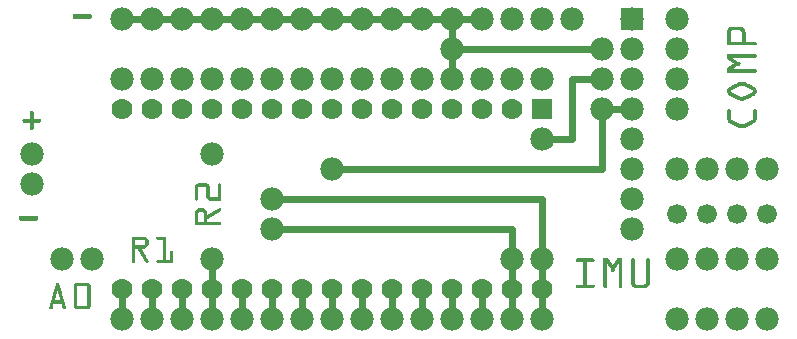
<source format=gtl>
G04 MADE WITH FRITZING*
G04 WWW.FRITZING.ORG*
G04 DOUBLE SIDED*
G04 HOLES PLATED*
G04 CONTOUR ON CENTER OF CONTOUR VECTOR*
%ASAXBY*%
%FSLAX23Y23*%
%MOIN*%
%OFA0B0*%
%SFA1.0B1.0*%
%ADD10C,0.070000*%
%ADD11C,0.066111*%
%ADD12C,0.078000*%
%ADD13R,0.070000X0.069972*%
%ADD14R,0.078000X0.078000*%
%ADD15C,0.024000*%
%ADD16R,0.001000X0.001000*%
%LNCOPPER1*%
G90*
G70*
G54D10*
X1784Y795D03*
X1684Y795D03*
X1584Y795D03*
X1484Y795D03*
X1384Y795D03*
X1284Y795D03*
X1184Y795D03*
X1084Y795D03*
X984Y795D03*
X884Y795D03*
X784Y795D03*
X684Y795D03*
X584Y795D03*
X484Y795D03*
X384Y795D03*
X1784Y195D03*
X1684Y195D03*
X1584Y195D03*
X1484Y195D03*
X1384Y195D03*
X1284Y195D03*
X1184Y195D03*
X1084Y195D03*
X984Y195D03*
X884Y195D03*
X784Y195D03*
X684Y195D03*
X584Y195D03*
X484Y195D03*
X384Y195D03*
G54D11*
X2234Y445D03*
X2334Y445D03*
X2534Y445D03*
X2434Y445D03*
G54D12*
X2084Y1095D03*
X2084Y995D03*
X2084Y895D03*
X2084Y795D03*
X2084Y695D03*
X2084Y595D03*
X2084Y495D03*
X2084Y395D03*
X2534Y95D03*
X2434Y95D03*
X2334Y95D03*
X2234Y95D03*
X2534Y295D03*
X2434Y295D03*
X2334Y295D03*
X2234Y295D03*
X2234Y595D03*
X2334Y595D03*
X2434Y595D03*
X2534Y595D03*
X2234Y1095D03*
X2234Y995D03*
X2234Y895D03*
X2234Y795D03*
X1784Y95D03*
X1684Y95D03*
X1584Y95D03*
X1484Y95D03*
X1384Y95D03*
X1284Y95D03*
X1184Y95D03*
X1084Y95D03*
X684Y295D03*
X984Y95D03*
X884Y95D03*
X784Y95D03*
X684Y95D03*
X584Y95D03*
X484Y95D03*
X384Y95D03*
X1784Y895D03*
X1684Y895D03*
X1584Y895D03*
X1484Y895D03*
X1384Y895D03*
X1284Y895D03*
X1184Y895D03*
X1084Y895D03*
X984Y895D03*
X884Y895D03*
X784Y895D03*
X684Y895D03*
X584Y895D03*
X484Y895D03*
X384Y895D03*
X1684Y1095D03*
X1784Y1095D03*
X84Y645D03*
X84Y545D03*
X1984Y995D03*
X1484Y995D03*
X1484Y1095D03*
X1384Y1095D03*
X1284Y1095D03*
X1184Y1095D03*
X1084Y1095D03*
X984Y1095D03*
X884Y1095D03*
X784Y1095D03*
X684Y1095D03*
X584Y1095D03*
X484Y1095D03*
X384Y1095D03*
X1984Y895D03*
X1784Y695D03*
X1084Y595D03*
X1984Y795D03*
X884Y495D03*
X884Y395D03*
X1684Y295D03*
X1784Y295D03*
X184Y295D03*
X284Y295D03*
X684Y645D03*
X1584Y1095D03*
X1884Y1095D03*
G54D13*
X1784Y795D03*
G54D14*
X2084Y1095D03*
G54D15*
X1954Y995D02*
X1514Y995D01*
D02*
X1884Y695D02*
X1884Y895D01*
D02*
X1785Y695D02*
X1884Y695D01*
D02*
X1884Y895D02*
X1954Y895D01*
D02*
X1809Y678D02*
X1785Y695D01*
D02*
X1985Y796D02*
X2054Y795D01*
D02*
X1985Y596D02*
X1985Y796D01*
D02*
X1114Y595D02*
X1985Y596D01*
D02*
X1684Y396D02*
X1684Y325D01*
D02*
X914Y395D02*
X1684Y396D01*
D02*
X914Y495D02*
X1785Y495D01*
D02*
X1785Y495D02*
X1784Y325D01*
D02*
X1514Y1095D02*
X1554Y1095D01*
D02*
X1414Y1095D02*
X1454Y1095D01*
D02*
X1314Y1095D02*
X1354Y1095D01*
D02*
X414Y1095D02*
X1254Y1095D01*
D02*
X1484Y1065D02*
X1484Y925D01*
D02*
X1784Y265D02*
X1784Y224D01*
D02*
X1684Y265D02*
X1684Y224D01*
D02*
X1784Y166D02*
X1784Y125D01*
D02*
X1684Y166D02*
X1684Y125D01*
D02*
X1584Y166D02*
X1584Y125D01*
D02*
X1484Y166D02*
X1484Y125D01*
D02*
X1384Y166D02*
X1384Y125D01*
D02*
X1284Y166D02*
X1284Y125D01*
D02*
X1184Y166D02*
X1184Y125D01*
D02*
X1084Y166D02*
X1084Y125D01*
D02*
X984Y166D02*
X984Y125D01*
D02*
X884Y166D02*
X884Y125D01*
D02*
X784Y166D02*
X784Y125D01*
D02*
X584Y166D02*
X584Y125D01*
D02*
X684Y166D02*
X684Y125D01*
D02*
X684Y265D02*
X684Y224D01*
D02*
X484Y166D02*
X484Y125D01*
D02*
X384Y166D02*
X384Y125D01*
G54D16*
X225Y1113D02*
X280Y1113D01*
X223Y1112D02*
X281Y1112D01*
X222Y1111D02*
X282Y1111D01*
X222Y1110D02*
X283Y1110D01*
X221Y1109D02*
X283Y1109D01*
X221Y1108D02*
X283Y1108D01*
X221Y1107D02*
X283Y1107D01*
X221Y1106D02*
X283Y1106D01*
X221Y1105D02*
X283Y1105D01*
X221Y1104D02*
X283Y1104D01*
X221Y1103D02*
X283Y1103D01*
X221Y1102D02*
X283Y1102D01*
X221Y1101D02*
X283Y1101D01*
X221Y1100D02*
X283Y1100D01*
X222Y1099D02*
X283Y1099D01*
X222Y1098D02*
X282Y1098D01*
X223Y1097D02*
X281Y1097D01*
X225Y1096D02*
X280Y1096D01*
X2417Y1070D02*
X2448Y1070D01*
X2414Y1069D02*
X2451Y1069D01*
X2412Y1068D02*
X2453Y1068D01*
X2410Y1067D02*
X2455Y1067D01*
X2409Y1066D02*
X2456Y1066D01*
X2408Y1065D02*
X2457Y1065D01*
X2407Y1064D02*
X2458Y1064D01*
X2406Y1063D02*
X2459Y1063D01*
X2405Y1062D02*
X2459Y1062D01*
X2405Y1061D02*
X2460Y1061D01*
X2404Y1060D02*
X2461Y1060D01*
X2404Y1059D02*
X2461Y1059D01*
X2403Y1058D02*
X2461Y1058D01*
X2403Y1057D02*
X2418Y1057D01*
X2447Y1057D02*
X2462Y1057D01*
X2403Y1056D02*
X2416Y1056D01*
X2449Y1056D02*
X2462Y1056D01*
X2403Y1055D02*
X2415Y1055D01*
X2450Y1055D02*
X2462Y1055D01*
X2402Y1054D02*
X2415Y1054D01*
X2450Y1054D02*
X2462Y1054D01*
X2402Y1053D02*
X2414Y1053D01*
X2451Y1053D02*
X2463Y1053D01*
X2402Y1052D02*
X2414Y1052D01*
X2451Y1052D02*
X2463Y1052D01*
X2402Y1051D02*
X2414Y1051D01*
X2451Y1051D02*
X2463Y1051D01*
X2402Y1050D02*
X2414Y1050D01*
X2451Y1050D02*
X2463Y1050D01*
X2402Y1049D02*
X2414Y1049D01*
X2451Y1049D02*
X2463Y1049D01*
X2402Y1048D02*
X2414Y1048D01*
X2451Y1048D02*
X2463Y1048D01*
X2402Y1047D02*
X2414Y1047D01*
X2451Y1047D02*
X2463Y1047D01*
X2402Y1046D02*
X2414Y1046D01*
X2451Y1046D02*
X2463Y1046D01*
X2402Y1045D02*
X2414Y1045D01*
X2451Y1045D02*
X2463Y1045D01*
X2402Y1044D02*
X2414Y1044D01*
X2451Y1044D02*
X2463Y1044D01*
X2402Y1043D02*
X2414Y1043D01*
X2451Y1043D02*
X2463Y1043D01*
X2402Y1042D02*
X2414Y1042D01*
X2451Y1042D02*
X2463Y1042D01*
X2402Y1041D02*
X2414Y1041D01*
X2451Y1041D02*
X2463Y1041D01*
X2402Y1040D02*
X2414Y1040D01*
X2451Y1040D02*
X2463Y1040D01*
X2402Y1039D02*
X2414Y1039D01*
X2451Y1039D02*
X2463Y1039D01*
X2402Y1038D02*
X2414Y1038D01*
X2451Y1038D02*
X2463Y1038D01*
X2402Y1037D02*
X2414Y1037D01*
X2451Y1037D02*
X2463Y1037D01*
X2402Y1036D02*
X2414Y1036D01*
X2451Y1036D02*
X2463Y1036D01*
X2402Y1035D02*
X2414Y1035D01*
X2451Y1035D02*
X2463Y1035D01*
X2402Y1034D02*
X2414Y1034D01*
X2451Y1034D02*
X2463Y1034D01*
X2402Y1033D02*
X2414Y1033D01*
X2451Y1033D02*
X2463Y1033D01*
X2402Y1032D02*
X2414Y1032D01*
X2451Y1032D02*
X2463Y1032D01*
X2402Y1031D02*
X2414Y1031D01*
X2451Y1031D02*
X2463Y1031D01*
X2402Y1030D02*
X2414Y1030D01*
X2451Y1030D02*
X2463Y1030D01*
X2402Y1029D02*
X2414Y1029D01*
X2451Y1029D02*
X2463Y1029D01*
X2402Y1028D02*
X2414Y1028D01*
X2451Y1028D02*
X2463Y1028D01*
X2402Y1027D02*
X2414Y1027D01*
X2451Y1027D02*
X2463Y1027D01*
X2402Y1026D02*
X2414Y1026D01*
X2451Y1026D02*
X2463Y1026D01*
X2402Y1025D02*
X2414Y1025D01*
X2451Y1025D02*
X2463Y1025D01*
X2402Y1024D02*
X2414Y1024D01*
X2451Y1024D02*
X2463Y1024D01*
X2402Y1023D02*
X2414Y1023D01*
X2451Y1023D02*
X2463Y1023D01*
X2402Y1022D02*
X2414Y1022D01*
X2451Y1022D02*
X2463Y1022D01*
X2402Y1021D02*
X2414Y1021D01*
X2451Y1021D02*
X2463Y1021D01*
X2402Y1020D02*
X2495Y1020D01*
X2402Y1019D02*
X2498Y1019D01*
X2402Y1018D02*
X2499Y1018D01*
X2402Y1017D02*
X2499Y1017D01*
X2402Y1016D02*
X2500Y1016D01*
X2402Y1015D02*
X2500Y1015D01*
X2402Y1014D02*
X2500Y1014D01*
X2402Y1013D02*
X2500Y1013D01*
X2402Y1012D02*
X2500Y1012D01*
X2402Y1011D02*
X2500Y1011D01*
X2402Y1010D02*
X2499Y1010D01*
X2402Y1009D02*
X2498Y1009D01*
X2402Y1008D02*
X2497Y1008D01*
X2402Y978D02*
X2497Y978D01*
X2402Y977D02*
X2498Y977D01*
X2402Y976D02*
X2499Y976D01*
X2402Y975D02*
X2500Y975D01*
X2402Y974D02*
X2500Y974D01*
X2402Y973D02*
X2500Y973D01*
X2402Y972D02*
X2500Y972D01*
X2402Y971D02*
X2500Y971D01*
X2402Y970D02*
X2500Y970D01*
X2402Y969D02*
X2500Y969D01*
X2402Y968D02*
X2499Y968D01*
X2402Y967D02*
X2498Y967D01*
X2402Y966D02*
X2496Y966D01*
X2402Y965D02*
X2420Y965D01*
X2402Y964D02*
X2421Y964D01*
X2402Y963D02*
X2423Y963D01*
X2403Y962D02*
X2424Y962D01*
X2404Y961D02*
X2426Y961D01*
X2406Y960D02*
X2427Y960D01*
X2407Y959D02*
X2429Y959D01*
X2409Y958D02*
X2430Y958D01*
X2410Y957D02*
X2431Y957D01*
X2412Y956D02*
X2433Y956D01*
X2413Y955D02*
X2434Y955D01*
X2414Y954D02*
X2436Y954D01*
X2416Y953D02*
X2442Y953D01*
X2417Y952D02*
X2444Y952D01*
X2419Y951D02*
X2445Y951D01*
X2420Y950D02*
X2446Y950D01*
X2422Y949D02*
X2446Y949D01*
X2423Y948D02*
X2446Y948D01*
X2424Y947D02*
X2447Y947D01*
X2423Y946D02*
X2446Y946D01*
X2422Y945D02*
X2446Y945D01*
X2420Y944D02*
X2446Y944D01*
X2419Y943D02*
X2445Y943D01*
X2417Y942D02*
X2444Y942D01*
X2416Y941D02*
X2443Y941D01*
X2415Y940D02*
X2436Y940D01*
X2413Y939D02*
X2435Y939D01*
X2412Y938D02*
X2433Y938D01*
X2410Y937D02*
X2432Y937D01*
X2409Y936D02*
X2430Y936D01*
X2407Y935D02*
X2429Y935D01*
X2406Y934D02*
X2428Y934D01*
X2405Y933D02*
X2426Y933D01*
X2403Y932D02*
X2425Y932D01*
X2402Y931D02*
X2423Y931D01*
X2402Y930D02*
X2422Y930D01*
X2402Y929D02*
X2420Y929D01*
X2402Y928D02*
X2495Y928D01*
X2402Y927D02*
X2497Y927D01*
X2402Y926D02*
X2499Y926D01*
X2402Y925D02*
X2499Y925D01*
X2402Y924D02*
X2500Y924D01*
X2402Y923D02*
X2500Y923D01*
X2402Y922D02*
X2500Y922D01*
X2402Y921D02*
X2500Y921D01*
X2402Y920D02*
X2500Y920D01*
X2402Y919D02*
X2500Y919D01*
X2402Y918D02*
X2499Y918D01*
X2402Y917D02*
X2498Y917D01*
X2402Y916D02*
X2497Y916D01*
X2446Y886D02*
X2456Y886D01*
X2443Y885D02*
X2460Y885D01*
X2440Y884D02*
X2463Y884D01*
X2438Y883D02*
X2465Y883D01*
X2436Y882D02*
X2467Y882D01*
X2434Y881D02*
X2469Y881D01*
X2432Y880D02*
X2471Y880D01*
X2430Y879D02*
X2473Y879D01*
X2428Y878D02*
X2475Y878D01*
X2426Y877D02*
X2477Y877D01*
X2424Y876D02*
X2479Y876D01*
X2422Y875D02*
X2481Y875D01*
X2420Y874D02*
X2483Y874D01*
X2418Y873D02*
X2446Y873D01*
X2456Y873D02*
X2485Y873D01*
X2416Y872D02*
X2444Y872D01*
X2459Y872D02*
X2487Y872D01*
X2414Y871D02*
X2442Y871D01*
X2461Y871D02*
X2489Y871D01*
X2412Y870D02*
X2440Y870D01*
X2463Y870D02*
X2491Y870D01*
X2410Y869D02*
X2438Y869D01*
X2465Y869D02*
X2493Y869D01*
X2409Y868D02*
X2436Y868D01*
X2467Y868D02*
X2494Y868D01*
X2408Y867D02*
X2434Y867D01*
X2469Y867D02*
X2495Y867D01*
X2407Y866D02*
X2432Y866D01*
X2471Y866D02*
X2496Y866D01*
X2406Y865D02*
X2430Y865D01*
X2473Y865D02*
X2497Y865D01*
X2405Y864D02*
X2428Y864D01*
X2475Y864D02*
X2498Y864D01*
X2404Y863D02*
X2426Y863D01*
X2477Y863D02*
X2498Y863D01*
X2404Y862D02*
X2424Y862D01*
X2479Y862D02*
X2499Y862D01*
X2403Y861D02*
X2422Y861D01*
X2481Y861D02*
X2499Y861D01*
X2403Y860D02*
X2420Y860D01*
X2483Y860D02*
X2500Y860D01*
X2403Y859D02*
X2418Y859D01*
X2485Y859D02*
X2500Y859D01*
X2403Y858D02*
X2416Y858D01*
X2487Y858D02*
X2500Y858D01*
X2402Y857D02*
X2415Y857D01*
X2488Y857D02*
X2500Y857D01*
X2402Y856D02*
X2414Y856D01*
X2488Y856D02*
X2500Y856D01*
X2402Y855D02*
X2414Y855D01*
X2489Y855D02*
X2500Y855D01*
X2402Y854D02*
X2414Y854D01*
X2489Y854D02*
X2500Y854D01*
X2402Y853D02*
X2415Y853D01*
X2488Y853D02*
X2500Y853D01*
X2402Y852D02*
X2416Y852D01*
X2487Y852D02*
X2500Y852D01*
X2403Y851D02*
X2417Y851D01*
X2486Y851D02*
X2500Y851D01*
X2403Y850D02*
X2419Y850D01*
X2484Y850D02*
X2500Y850D01*
X2403Y849D02*
X2421Y849D01*
X2482Y849D02*
X2499Y849D01*
X2404Y848D02*
X2423Y848D01*
X2480Y848D02*
X2499Y848D01*
X2404Y847D02*
X2425Y847D01*
X2478Y847D02*
X2499Y847D01*
X2405Y846D02*
X2427Y846D01*
X2476Y846D02*
X2498Y846D01*
X2406Y845D02*
X2429Y845D01*
X2474Y845D02*
X2497Y845D01*
X2406Y844D02*
X2431Y844D01*
X2472Y844D02*
X2496Y844D01*
X2407Y843D02*
X2433Y843D01*
X2470Y843D02*
X2496Y843D01*
X2408Y842D02*
X2435Y842D01*
X2468Y842D02*
X2494Y842D01*
X2410Y841D02*
X2437Y841D01*
X2466Y841D02*
X2493Y841D01*
X2411Y840D02*
X2439Y840D01*
X2464Y840D02*
X2492Y840D01*
X2413Y839D02*
X2441Y839D01*
X2462Y839D02*
X2490Y839D01*
X2415Y838D02*
X2443Y838D01*
X2460Y838D02*
X2488Y838D01*
X2417Y837D02*
X2446Y837D01*
X2457Y837D02*
X2486Y837D01*
X2419Y836D02*
X2484Y836D01*
X2421Y835D02*
X2482Y835D01*
X2423Y834D02*
X2480Y834D01*
X2425Y833D02*
X2478Y833D01*
X2427Y832D02*
X2475Y832D01*
X2429Y831D02*
X2473Y831D01*
X2431Y830D02*
X2471Y830D01*
X2433Y829D02*
X2469Y829D01*
X2435Y828D02*
X2467Y828D01*
X2437Y827D02*
X2465Y827D01*
X2439Y826D02*
X2463Y826D01*
X2442Y825D02*
X2461Y825D01*
X2445Y824D02*
X2458Y824D01*
X2406Y794D02*
X2410Y794D01*
X2493Y794D02*
X2497Y794D01*
X2405Y793D02*
X2412Y793D01*
X2491Y793D02*
X2498Y793D01*
X2404Y792D02*
X2413Y792D01*
X2490Y792D02*
X2499Y792D01*
X2403Y791D02*
X2413Y791D01*
X2489Y791D02*
X2500Y791D01*
X2403Y790D02*
X2414Y790D01*
X2489Y790D02*
X2500Y790D01*
X2402Y789D02*
X2414Y789D01*
X2489Y789D02*
X2500Y789D01*
X82Y788D02*
X86Y788D01*
X2402Y788D02*
X2414Y788D01*
X2489Y788D02*
X2501Y788D01*
X80Y787D02*
X88Y787D01*
X2402Y787D02*
X2414Y787D01*
X2489Y787D02*
X2501Y787D01*
X80Y786D02*
X89Y786D01*
X2402Y786D02*
X2414Y786D01*
X2489Y786D02*
X2501Y786D01*
X79Y785D02*
X89Y785D01*
X2402Y785D02*
X2414Y785D01*
X2489Y785D02*
X2501Y785D01*
X78Y784D02*
X90Y784D01*
X2402Y784D02*
X2414Y784D01*
X2489Y784D02*
X2501Y784D01*
X78Y783D02*
X90Y783D01*
X2402Y783D02*
X2414Y783D01*
X2489Y783D02*
X2501Y783D01*
X78Y782D02*
X90Y782D01*
X2402Y782D02*
X2414Y782D01*
X2489Y782D02*
X2501Y782D01*
X78Y781D02*
X90Y781D01*
X2402Y781D02*
X2414Y781D01*
X2489Y781D02*
X2501Y781D01*
X78Y780D02*
X90Y780D01*
X2402Y780D02*
X2414Y780D01*
X2489Y780D02*
X2501Y780D01*
X78Y779D02*
X90Y779D01*
X2402Y779D02*
X2414Y779D01*
X2489Y779D02*
X2501Y779D01*
X78Y778D02*
X90Y778D01*
X2402Y778D02*
X2414Y778D01*
X2489Y778D02*
X2501Y778D01*
X78Y777D02*
X90Y777D01*
X2402Y777D02*
X2414Y777D01*
X2489Y777D02*
X2501Y777D01*
X78Y776D02*
X90Y776D01*
X2402Y776D02*
X2414Y776D01*
X2489Y776D02*
X2501Y776D01*
X78Y775D02*
X90Y775D01*
X2402Y775D02*
X2414Y775D01*
X2489Y775D02*
X2501Y775D01*
X78Y774D02*
X90Y774D01*
X2402Y774D02*
X2414Y774D01*
X2489Y774D02*
X2501Y774D01*
X78Y773D02*
X90Y773D01*
X2402Y773D02*
X2414Y773D01*
X2489Y773D02*
X2501Y773D01*
X78Y772D02*
X90Y772D01*
X2402Y772D02*
X2414Y772D01*
X2489Y772D02*
X2501Y772D01*
X78Y771D02*
X90Y771D01*
X2402Y771D02*
X2414Y771D01*
X2489Y771D02*
X2501Y771D01*
X78Y770D02*
X90Y770D01*
X2402Y770D02*
X2414Y770D01*
X2489Y770D02*
X2501Y770D01*
X78Y769D02*
X90Y769D01*
X2402Y769D02*
X2414Y769D01*
X2489Y769D02*
X2501Y769D01*
X78Y768D02*
X90Y768D01*
X2402Y768D02*
X2414Y768D01*
X2489Y768D02*
X2501Y768D01*
X78Y767D02*
X90Y767D01*
X2402Y767D02*
X2414Y767D01*
X2489Y767D02*
X2501Y767D01*
X78Y766D02*
X90Y766D01*
X2402Y766D02*
X2414Y766D01*
X2489Y766D02*
X2501Y766D01*
X78Y765D02*
X90Y765D01*
X2402Y765D02*
X2414Y765D01*
X2489Y765D02*
X2501Y765D01*
X78Y764D02*
X90Y764D01*
X2402Y764D02*
X2414Y764D01*
X2489Y764D02*
X2500Y764D01*
X57Y763D02*
X111Y763D01*
X2402Y763D02*
X2414Y763D01*
X2488Y763D02*
X2500Y763D01*
X55Y762D02*
X113Y762D01*
X2402Y762D02*
X2415Y762D01*
X2488Y762D02*
X2500Y762D01*
X54Y761D02*
X114Y761D01*
X2403Y761D02*
X2415Y761D01*
X2488Y761D02*
X2500Y761D01*
X54Y760D02*
X114Y760D01*
X2403Y760D02*
X2416Y760D01*
X2487Y760D02*
X2500Y760D01*
X53Y759D02*
X115Y759D01*
X2403Y759D02*
X2417Y759D01*
X2485Y759D02*
X2500Y759D01*
X53Y758D02*
X115Y758D01*
X2403Y758D02*
X2419Y758D01*
X2484Y758D02*
X2499Y758D01*
X53Y757D02*
X115Y757D01*
X2404Y757D02*
X2421Y757D01*
X2482Y757D02*
X2499Y757D01*
X53Y756D02*
X115Y756D01*
X2404Y756D02*
X2423Y756D01*
X2480Y756D02*
X2498Y756D01*
X53Y755D02*
X115Y755D01*
X2405Y755D02*
X2425Y755D01*
X2478Y755D02*
X2498Y755D01*
X54Y754D02*
X115Y754D01*
X2405Y754D02*
X2427Y754D01*
X2476Y754D02*
X2497Y754D01*
X54Y753D02*
X114Y753D01*
X2406Y753D02*
X2429Y753D01*
X2474Y753D02*
X2497Y753D01*
X55Y752D02*
X113Y752D01*
X2407Y752D02*
X2431Y752D01*
X2472Y752D02*
X2496Y752D01*
X57Y751D02*
X111Y751D01*
X2407Y751D02*
X2433Y751D01*
X2470Y751D02*
X2495Y751D01*
X78Y750D02*
X90Y750D01*
X2408Y750D02*
X2435Y750D01*
X2468Y750D02*
X2494Y750D01*
X78Y749D02*
X90Y749D01*
X2410Y749D02*
X2437Y749D01*
X2466Y749D02*
X2493Y749D01*
X78Y748D02*
X90Y748D01*
X2411Y748D02*
X2439Y748D01*
X2464Y748D02*
X2491Y748D01*
X78Y747D02*
X90Y747D01*
X2413Y747D02*
X2441Y747D01*
X2462Y747D02*
X2489Y747D01*
X78Y746D02*
X90Y746D01*
X2415Y746D02*
X2443Y746D01*
X2460Y746D02*
X2487Y746D01*
X78Y745D02*
X90Y745D01*
X2417Y745D02*
X2445Y745D01*
X2457Y745D02*
X2486Y745D01*
X78Y744D02*
X90Y744D01*
X2419Y744D02*
X2484Y744D01*
X78Y743D02*
X90Y743D01*
X2421Y743D02*
X2482Y743D01*
X78Y742D02*
X90Y742D01*
X2423Y742D02*
X2480Y742D01*
X78Y741D02*
X90Y741D01*
X2425Y741D02*
X2478Y741D01*
X78Y740D02*
X90Y740D01*
X2427Y740D02*
X2476Y740D01*
X78Y739D02*
X90Y739D01*
X2429Y739D02*
X2474Y739D01*
X78Y738D02*
X90Y738D01*
X2431Y738D02*
X2472Y738D01*
X78Y737D02*
X90Y737D01*
X2433Y737D02*
X2470Y737D01*
X78Y736D02*
X90Y736D01*
X2435Y736D02*
X2468Y736D01*
X78Y735D02*
X90Y735D01*
X2437Y735D02*
X2466Y735D01*
X78Y734D02*
X90Y734D01*
X2439Y734D02*
X2463Y734D01*
X78Y733D02*
X90Y733D01*
X2442Y733D02*
X2461Y733D01*
X78Y732D02*
X90Y732D01*
X2445Y732D02*
X2458Y732D01*
X78Y731D02*
X90Y731D01*
X78Y730D02*
X90Y730D01*
X79Y729D02*
X89Y729D01*
X79Y728D02*
X89Y728D01*
X80Y727D02*
X88Y727D01*
X82Y726D02*
X86Y726D01*
X638Y547D02*
X669Y547D01*
X710Y547D02*
X712Y547D01*
X635Y546D02*
X671Y546D01*
X708Y546D02*
X714Y546D01*
X633Y545D02*
X673Y545D01*
X707Y545D02*
X715Y545D01*
X632Y544D02*
X674Y544D01*
X706Y544D02*
X715Y544D01*
X631Y543D02*
X675Y543D01*
X706Y543D02*
X716Y543D01*
X631Y542D02*
X676Y542D01*
X706Y542D02*
X716Y542D01*
X630Y541D02*
X676Y541D01*
X706Y541D02*
X716Y541D01*
X630Y540D02*
X677Y540D01*
X706Y540D02*
X716Y540D01*
X629Y539D02*
X677Y539D01*
X706Y539D02*
X716Y539D01*
X629Y538D02*
X677Y538D01*
X706Y538D02*
X716Y538D01*
X629Y537D02*
X677Y537D01*
X706Y537D02*
X716Y537D01*
X629Y536D02*
X678Y536D01*
X706Y536D02*
X716Y536D01*
X629Y535D02*
X639Y535D01*
X667Y535D02*
X678Y535D01*
X706Y535D02*
X716Y535D01*
X629Y534D02*
X639Y534D01*
X667Y534D02*
X678Y534D01*
X706Y534D02*
X716Y534D01*
X629Y533D02*
X639Y533D01*
X667Y533D02*
X678Y533D01*
X706Y533D02*
X716Y533D01*
X629Y532D02*
X639Y532D01*
X667Y532D02*
X678Y532D01*
X706Y532D02*
X716Y532D01*
X629Y531D02*
X639Y531D01*
X667Y531D02*
X678Y531D01*
X706Y531D02*
X716Y531D01*
X629Y530D02*
X639Y530D01*
X667Y530D02*
X678Y530D01*
X706Y530D02*
X716Y530D01*
X629Y529D02*
X639Y529D01*
X667Y529D02*
X678Y529D01*
X706Y529D02*
X716Y529D01*
X629Y528D02*
X639Y528D01*
X667Y528D02*
X678Y528D01*
X706Y528D02*
X716Y528D01*
X629Y527D02*
X639Y527D01*
X667Y527D02*
X678Y527D01*
X706Y527D02*
X716Y527D01*
X629Y526D02*
X639Y526D01*
X667Y526D02*
X678Y526D01*
X706Y526D02*
X716Y526D01*
X629Y525D02*
X639Y525D01*
X667Y525D02*
X678Y525D01*
X706Y525D02*
X716Y525D01*
X629Y524D02*
X639Y524D01*
X667Y524D02*
X678Y524D01*
X706Y524D02*
X716Y524D01*
X629Y523D02*
X639Y523D01*
X667Y523D02*
X678Y523D01*
X706Y523D02*
X716Y523D01*
X629Y522D02*
X639Y522D01*
X667Y522D02*
X678Y522D01*
X706Y522D02*
X716Y522D01*
X629Y521D02*
X639Y521D01*
X667Y521D02*
X678Y521D01*
X706Y521D02*
X716Y521D01*
X629Y520D02*
X639Y520D01*
X667Y520D02*
X678Y520D01*
X706Y520D02*
X716Y520D01*
X629Y519D02*
X639Y519D01*
X667Y519D02*
X678Y519D01*
X706Y519D02*
X716Y519D01*
X629Y518D02*
X639Y518D01*
X667Y518D02*
X678Y518D01*
X706Y518D02*
X716Y518D01*
X629Y517D02*
X639Y517D01*
X667Y517D02*
X678Y517D01*
X706Y517D02*
X716Y517D01*
X629Y516D02*
X639Y516D01*
X667Y516D02*
X678Y516D01*
X706Y516D02*
X716Y516D01*
X629Y515D02*
X639Y515D01*
X667Y515D02*
X678Y515D01*
X706Y515D02*
X716Y515D01*
X629Y514D02*
X639Y514D01*
X667Y514D02*
X678Y514D01*
X706Y514D02*
X716Y514D01*
X629Y513D02*
X639Y513D01*
X667Y513D02*
X678Y513D01*
X706Y513D02*
X716Y513D01*
X629Y512D02*
X639Y512D01*
X667Y512D02*
X678Y512D01*
X706Y512D02*
X716Y512D01*
X629Y511D02*
X639Y511D01*
X667Y511D02*
X678Y511D01*
X706Y511D02*
X716Y511D01*
X629Y510D02*
X639Y510D01*
X667Y510D02*
X678Y510D01*
X706Y510D02*
X716Y510D01*
X629Y509D02*
X639Y509D01*
X667Y509D02*
X678Y509D01*
X706Y509D02*
X716Y509D01*
X629Y508D02*
X639Y508D01*
X667Y508D02*
X678Y508D01*
X706Y508D02*
X716Y508D01*
X629Y507D02*
X639Y507D01*
X667Y507D02*
X678Y507D01*
X706Y507D02*
X716Y507D01*
X629Y506D02*
X639Y506D01*
X667Y506D02*
X678Y506D01*
X706Y506D02*
X716Y506D01*
X629Y505D02*
X639Y505D01*
X667Y505D02*
X678Y505D01*
X706Y505D02*
X716Y505D01*
X629Y504D02*
X639Y504D01*
X667Y504D02*
X678Y504D01*
X706Y504D02*
X716Y504D01*
X629Y503D02*
X639Y503D01*
X667Y503D02*
X678Y503D01*
X706Y503D02*
X716Y503D01*
X629Y502D02*
X639Y502D01*
X667Y502D02*
X716Y502D01*
X629Y501D02*
X639Y501D01*
X667Y501D02*
X716Y501D01*
X629Y500D02*
X639Y500D01*
X667Y500D02*
X716Y500D01*
X629Y499D02*
X639Y499D01*
X668Y499D02*
X716Y499D01*
X629Y498D02*
X639Y498D01*
X668Y498D02*
X716Y498D01*
X629Y497D02*
X639Y497D01*
X669Y497D02*
X716Y497D01*
X629Y496D02*
X639Y496D01*
X669Y496D02*
X716Y496D01*
X629Y495D02*
X639Y495D01*
X670Y495D02*
X716Y495D01*
X629Y494D02*
X639Y494D01*
X671Y494D02*
X716Y494D01*
X630Y493D02*
X638Y493D01*
X672Y493D02*
X716Y493D01*
X631Y492D02*
X637Y492D01*
X674Y492D02*
X716Y492D01*
X633Y491D02*
X634Y491D01*
X677Y491D02*
X716Y491D01*
X643Y465D02*
X654Y465D01*
X710Y465D02*
X712Y465D01*
X639Y464D02*
X657Y464D01*
X708Y464D02*
X714Y464D01*
X637Y463D02*
X659Y463D01*
X706Y463D02*
X715Y463D01*
X636Y462D02*
X661Y462D01*
X704Y462D02*
X715Y462D01*
X635Y461D02*
X662Y461D01*
X702Y461D02*
X716Y461D01*
X634Y460D02*
X663Y460D01*
X701Y460D02*
X716Y460D01*
X633Y459D02*
X664Y459D01*
X699Y459D02*
X716Y459D01*
X632Y458D02*
X665Y458D01*
X697Y458D02*
X716Y458D01*
X631Y457D02*
X665Y457D01*
X696Y457D02*
X716Y457D01*
X631Y456D02*
X666Y456D01*
X694Y456D02*
X715Y456D01*
X630Y455D02*
X667Y455D01*
X692Y455D02*
X714Y455D01*
X630Y454D02*
X667Y454D01*
X690Y454D02*
X712Y454D01*
X629Y453D02*
X642Y453D01*
X655Y453D02*
X667Y453D01*
X689Y453D02*
X711Y453D01*
X629Y452D02*
X641Y452D01*
X656Y452D02*
X668Y452D01*
X687Y452D02*
X709Y452D01*
X629Y451D02*
X640Y451D01*
X657Y451D02*
X668Y451D01*
X685Y451D02*
X707Y451D01*
X629Y450D02*
X640Y450D01*
X657Y450D02*
X668Y450D01*
X684Y450D02*
X705Y450D01*
X629Y449D02*
X639Y449D01*
X657Y449D02*
X668Y449D01*
X682Y449D02*
X704Y449D01*
X629Y448D02*
X639Y448D01*
X658Y448D02*
X668Y448D01*
X680Y448D02*
X702Y448D01*
X629Y447D02*
X639Y447D01*
X658Y447D02*
X668Y447D01*
X678Y447D02*
X700Y447D01*
X629Y446D02*
X639Y446D01*
X658Y446D02*
X668Y446D01*
X677Y446D02*
X699Y446D01*
X629Y445D02*
X639Y445D01*
X658Y445D02*
X668Y445D01*
X675Y445D02*
X697Y445D01*
X629Y444D02*
X639Y444D01*
X658Y444D02*
X668Y444D01*
X673Y444D02*
X695Y444D01*
X629Y443D02*
X639Y443D01*
X658Y443D02*
X668Y443D01*
X672Y443D02*
X693Y443D01*
X629Y442D02*
X639Y442D01*
X658Y442D02*
X668Y442D01*
X670Y442D02*
X692Y442D01*
X629Y441D02*
X639Y441D01*
X658Y441D02*
X690Y441D01*
X45Y440D02*
X101Y440D01*
X629Y440D02*
X639Y440D01*
X658Y440D02*
X688Y440D01*
X44Y439D02*
X102Y439D01*
X629Y439D02*
X639Y439D01*
X658Y439D02*
X687Y439D01*
X43Y438D02*
X103Y438D01*
X629Y438D02*
X639Y438D01*
X658Y438D02*
X685Y438D01*
X42Y437D02*
X104Y437D01*
X629Y437D02*
X639Y437D01*
X658Y437D02*
X683Y437D01*
X42Y436D02*
X104Y436D01*
X629Y436D02*
X639Y436D01*
X658Y436D02*
X681Y436D01*
X42Y435D02*
X104Y435D01*
X629Y435D02*
X639Y435D01*
X658Y435D02*
X680Y435D01*
X42Y434D02*
X104Y434D01*
X629Y434D02*
X639Y434D01*
X658Y434D02*
X678Y434D01*
X42Y433D02*
X104Y433D01*
X629Y433D02*
X639Y433D01*
X658Y433D02*
X676Y433D01*
X42Y432D02*
X104Y432D01*
X629Y432D02*
X639Y432D01*
X658Y432D02*
X675Y432D01*
X42Y431D02*
X104Y431D01*
X629Y431D02*
X639Y431D01*
X658Y431D02*
X673Y431D01*
X42Y430D02*
X104Y430D01*
X629Y430D02*
X639Y430D01*
X658Y430D02*
X671Y430D01*
X42Y429D02*
X104Y429D01*
X629Y429D02*
X639Y429D01*
X658Y429D02*
X670Y429D01*
X42Y428D02*
X104Y428D01*
X629Y428D02*
X639Y428D01*
X658Y428D02*
X668Y428D01*
X42Y427D02*
X104Y427D01*
X629Y427D02*
X639Y427D01*
X658Y427D02*
X668Y427D01*
X43Y426D02*
X103Y426D01*
X629Y426D02*
X639Y426D01*
X658Y426D02*
X668Y426D01*
X43Y425D02*
X103Y425D01*
X629Y425D02*
X639Y425D01*
X658Y425D02*
X668Y425D01*
X44Y424D02*
X102Y424D01*
X629Y424D02*
X639Y424D01*
X658Y424D02*
X668Y424D01*
X46Y423D02*
X100Y423D01*
X629Y423D02*
X639Y423D01*
X658Y423D02*
X668Y423D01*
X629Y422D02*
X639Y422D01*
X658Y422D02*
X668Y422D01*
X629Y421D02*
X639Y421D01*
X658Y421D02*
X668Y421D01*
X629Y420D02*
X712Y420D01*
X629Y419D02*
X714Y419D01*
X629Y418D02*
X715Y418D01*
X629Y417D02*
X715Y417D01*
X629Y416D02*
X716Y416D01*
X629Y415D02*
X716Y415D01*
X629Y414D02*
X716Y414D01*
X629Y413D02*
X716Y413D01*
X629Y412D02*
X715Y412D01*
X629Y411D02*
X715Y411D01*
X629Y410D02*
X714Y410D01*
X629Y409D02*
X711Y409D01*
X418Y370D02*
X460Y370D01*
X503Y370D02*
X532Y370D01*
X418Y369D02*
X463Y369D01*
X502Y369D02*
X532Y369D01*
X418Y368D02*
X465Y368D01*
X501Y368D02*
X532Y368D01*
X418Y367D02*
X466Y367D01*
X500Y367D02*
X532Y367D01*
X418Y366D02*
X467Y366D01*
X500Y366D02*
X532Y366D01*
X418Y365D02*
X468Y365D01*
X500Y365D02*
X532Y365D01*
X418Y364D02*
X469Y364D01*
X500Y364D02*
X532Y364D01*
X418Y363D02*
X470Y363D01*
X500Y363D02*
X532Y363D01*
X418Y362D02*
X471Y362D01*
X500Y362D02*
X532Y362D01*
X418Y361D02*
X471Y361D01*
X501Y361D02*
X532Y361D01*
X418Y360D02*
X472Y360D01*
X502Y360D02*
X532Y360D01*
X418Y359D02*
X472Y359D01*
X505Y359D02*
X532Y359D01*
X418Y358D02*
X428Y358D01*
X460Y358D02*
X472Y358D01*
X522Y358D02*
X532Y358D01*
X418Y357D02*
X428Y357D01*
X461Y357D02*
X473Y357D01*
X522Y357D02*
X532Y357D01*
X418Y356D02*
X428Y356D01*
X462Y356D02*
X473Y356D01*
X522Y356D02*
X532Y356D01*
X418Y355D02*
X428Y355D01*
X462Y355D02*
X473Y355D01*
X522Y355D02*
X532Y355D01*
X418Y354D02*
X428Y354D01*
X463Y354D02*
X473Y354D01*
X522Y354D02*
X532Y354D01*
X418Y353D02*
X428Y353D01*
X463Y353D02*
X473Y353D01*
X522Y353D02*
X532Y353D01*
X418Y352D02*
X428Y352D01*
X463Y352D02*
X473Y352D01*
X522Y352D02*
X532Y352D01*
X418Y351D02*
X428Y351D01*
X463Y351D02*
X473Y351D01*
X522Y351D02*
X532Y351D01*
X418Y350D02*
X428Y350D01*
X463Y350D02*
X473Y350D01*
X522Y350D02*
X532Y350D01*
X418Y349D02*
X428Y349D01*
X463Y349D02*
X473Y349D01*
X522Y349D02*
X532Y349D01*
X418Y348D02*
X428Y348D01*
X463Y348D02*
X473Y348D01*
X522Y348D02*
X532Y348D01*
X418Y347D02*
X428Y347D01*
X463Y347D02*
X473Y347D01*
X522Y347D02*
X532Y347D01*
X418Y346D02*
X428Y346D01*
X462Y346D02*
X473Y346D01*
X522Y346D02*
X532Y346D01*
X418Y345D02*
X428Y345D01*
X462Y345D02*
X473Y345D01*
X522Y345D02*
X532Y345D01*
X418Y344D02*
X428Y344D01*
X461Y344D02*
X473Y344D01*
X522Y344D02*
X532Y344D01*
X418Y343D02*
X428Y343D01*
X460Y343D02*
X472Y343D01*
X522Y343D02*
X532Y343D01*
X418Y342D02*
X428Y342D01*
X459Y342D02*
X472Y342D01*
X522Y342D02*
X532Y342D01*
X418Y341D02*
X472Y341D01*
X522Y341D02*
X532Y341D01*
X418Y340D02*
X471Y340D01*
X522Y340D02*
X532Y340D01*
X418Y339D02*
X471Y339D01*
X522Y339D02*
X532Y339D01*
X418Y338D02*
X470Y338D01*
X522Y338D02*
X532Y338D01*
X418Y337D02*
X469Y337D01*
X522Y337D02*
X532Y337D01*
X418Y336D02*
X469Y336D01*
X522Y336D02*
X532Y336D01*
X418Y335D02*
X468Y335D01*
X522Y335D02*
X532Y335D01*
X418Y334D02*
X466Y334D01*
X522Y334D02*
X532Y334D01*
X418Y333D02*
X465Y333D01*
X522Y333D02*
X532Y333D01*
X418Y332D02*
X463Y332D01*
X522Y332D02*
X532Y332D01*
X418Y331D02*
X461Y331D01*
X522Y331D02*
X532Y331D01*
X418Y330D02*
X428Y330D01*
X437Y330D02*
X450Y330D01*
X522Y330D02*
X532Y330D01*
X418Y329D02*
X428Y329D01*
X438Y329D02*
X450Y329D01*
X522Y329D02*
X532Y329D01*
X418Y328D02*
X428Y328D01*
X438Y328D02*
X451Y328D01*
X522Y328D02*
X532Y328D01*
X418Y327D02*
X428Y327D01*
X439Y327D02*
X451Y327D01*
X522Y327D02*
X532Y327D01*
X418Y326D02*
X428Y326D01*
X439Y326D02*
X452Y326D01*
X522Y326D02*
X532Y326D01*
X418Y325D02*
X428Y325D01*
X440Y325D02*
X452Y325D01*
X522Y325D02*
X532Y325D01*
X418Y324D02*
X428Y324D01*
X440Y324D02*
X453Y324D01*
X522Y324D02*
X532Y324D01*
X418Y323D02*
X428Y323D01*
X441Y323D02*
X453Y323D01*
X522Y323D02*
X532Y323D01*
X418Y322D02*
X428Y322D01*
X442Y322D02*
X454Y322D01*
X522Y322D02*
X532Y322D01*
X548Y322D02*
X551Y322D01*
X418Y321D02*
X428Y321D01*
X442Y321D02*
X455Y321D01*
X522Y321D02*
X532Y321D01*
X547Y321D02*
X553Y321D01*
X418Y320D02*
X428Y320D01*
X443Y320D02*
X455Y320D01*
X522Y320D02*
X532Y320D01*
X546Y320D02*
X554Y320D01*
X418Y319D02*
X428Y319D01*
X443Y319D02*
X456Y319D01*
X522Y319D02*
X532Y319D01*
X545Y319D02*
X554Y319D01*
X418Y318D02*
X428Y318D01*
X444Y318D02*
X456Y318D01*
X522Y318D02*
X532Y318D01*
X545Y318D02*
X555Y318D01*
X418Y317D02*
X428Y317D01*
X445Y317D02*
X457Y317D01*
X522Y317D02*
X532Y317D01*
X545Y317D02*
X555Y317D01*
X418Y316D02*
X428Y316D01*
X445Y316D02*
X458Y316D01*
X522Y316D02*
X532Y316D01*
X545Y316D02*
X555Y316D01*
X418Y315D02*
X428Y315D01*
X446Y315D02*
X458Y315D01*
X522Y315D02*
X532Y315D01*
X545Y315D02*
X555Y315D01*
X418Y314D02*
X428Y314D01*
X446Y314D02*
X459Y314D01*
X522Y314D02*
X532Y314D01*
X545Y314D02*
X555Y314D01*
X418Y313D02*
X428Y313D01*
X447Y313D02*
X459Y313D01*
X522Y313D02*
X532Y313D01*
X545Y313D02*
X555Y313D01*
X418Y312D02*
X428Y312D01*
X447Y312D02*
X460Y312D01*
X522Y312D02*
X532Y312D01*
X545Y312D02*
X555Y312D01*
X418Y311D02*
X428Y311D01*
X448Y311D02*
X460Y311D01*
X522Y311D02*
X532Y311D01*
X545Y311D02*
X555Y311D01*
X418Y310D02*
X428Y310D01*
X449Y310D02*
X461Y310D01*
X522Y310D02*
X532Y310D01*
X545Y310D02*
X555Y310D01*
X418Y309D02*
X428Y309D01*
X449Y309D02*
X462Y309D01*
X522Y309D02*
X532Y309D01*
X545Y309D02*
X555Y309D01*
X418Y308D02*
X428Y308D01*
X450Y308D02*
X462Y308D01*
X522Y308D02*
X532Y308D01*
X545Y308D02*
X555Y308D01*
X418Y307D02*
X428Y307D01*
X450Y307D02*
X463Y307D01*
X522Y307D02*
X532Y307D01*
X545Y307D02*
X555Y307D01*
X418Y306D02*
X428Y306D01*
X451Y306D02*
X463Y306D01*
X522Y306D02*
X532Y306D01*
X545Y306D02*
X555Y306D01*
X418Y305D02*
X428Y305D01*
X452Y305D02*
X464Y305D01*
X522Y305D02*
X532Y305D01*
X545Y305D02*
X555Y305D01*
X418Y304D02*
X428Y304D01*
X452Y304D02*
X465Y304D01*
X522Y304D02*
X532Y304D01*
X545Y304D02*
X555Y304D01*
X418Y303D02*
X428Y303D01*
X453Y303D02*
X465Y303D01*
X522Y303D02*
X532Y303D01*
X545Y303D02*
X555Y303D01*
X418Y302D02*
X428Y302D01*
X453Y302D02*
X466Y302D01*
X522Y302D02*
X532Y302D01*
X545Y302D02*
X555Y302D01*
X418Y301D02*
X428Y301D01*
X454Y301D02*
X466Y301D01*
X522Y301D02*
X532Y301D01*
X545Y301D02*
X555Y301D01*
X418Y300D02*
X428Y300D01*
X454Y300D02*
X467Y300D01*
X522Y300D02*
X532Y300D01*
X545Y300D02*
X555Y300D01*
X418Y299D02*
X428Y299D01*
X455Y299D02*
X467Y299D01*
X522Y299D02*
X532Y299D01*
X545Y299D02*
X555Y299D01*
X418Y298D02*
X428Y298D01*
X456Y298D02*
X468Y298D01*
X522Y298D02*
X532Y298D01*
X545Y298D02*
X555Y298D01*
X418Y297D02*
X428Y297D01*
X456Y297D02*
X469Y297D01*
X522Y297D02*
X532Y297D01*
X545Y297D02*
X555Y297D01*
X1902Y297D02*
X1956Y297D01*
X1990Y297D02*
X2005Y297D01*
X2037Y297D02*
X2052Y297D01*
X2086Y297D02*
X2090Y297D01*
X2137Y297D02*
X2140Y297D01*
X418Y296D02*
X428Y296D01*
X457Y296D02*
X469Y296D01*
X522Y296D02*
X532Y296D01*
X545Y296D02*
X555Y296D01*
X1901Y296D02*
X1958Y296D01*
X1990Y296D02*
X2006Y296D01*
X2036Y296D02*
X2052Y296D01*
X2085Y296D02*
X2091Y296D01*
X2135Y296D02*
X2142Y296D01*
X418Y295D02*
X428Y295D01*
X457Y295D02*
X470Y295D01*
X522Y295D02*
X532Y295D01*
X545Y295D02*
X555Y295D01*
X1900Y295D02*
X1959Y295D01*
X1990Y295D02*
X2007Y295D01*
X2036Y295D02*
X2052Y295D01*
X2084Y295D02*
X2092Y295D01*
X2134Y295D02*
X2143Y295D01*
X418Y294D02*
X428Y294D01*
X458Y294D02*
X470Y294D01*
X522Y294D02*
X532Y294D01*
X545Y294D02*
X555Y294D01*
X1899Y294D02*
X1959Y294D01*
X1990Y294D02*
X2007Y294D01*
X2035Y294D02*
X2052Y294D01*
X2083Y294D02*
X2093Y294D01*
X2133Y294D02*
X2144Y294D01*
X418Y293D02*
X428Y293D01*
X459Y293D02*
X471Y293D01*
X503Y293D02*
X555Y293D01*
X1898Y293D02*
X1960Y293D01*
X1990Y293D02*
X2008Y293D01*
X2034Y293D02*
X2052Y293D01*
X2082Y293D02*
X2094Y293D01*
X2133Y293D02*
X2144Y293D01*
X418Y292D02*
X428Y292D01*
X459Y292D02*
X471Y292D01*
X502Y292D02*
X555Y292D01*
X1898Y292D02*
X1960Y292D01*
X1990Y292D02*
X2009Y292D01*
X2033Y292D02*
X2052Y292D01*
X2082Y292D02*
X2094Y292D01*
X2133Y292D02*
X2144Y292D01*
X418Y291D02*
X428Y291D01*
X460Y291D02*
X472Y291D01*
X501Y291D02*
X555Y291D01*
X1898Y291D02*
X1960Y291D01*
X1990Y291D02*
X2010Y291D01*
X2033Y291D02*
X2052Y291D01*
X2082Y291D02*
X2094Y291D01*
X2133Y291D02*
X2144Y291D01*
X418Y290D02*
X428Y290D01*
X460Y290D02*
X473Y290D01*
X500Y290D02*
X555Y290D01*
X1898Y290D02*
X1960Y290D01*
X1990Y290D02*
X2010Y290D01*
X2032Y290D02*
X2052Y290D01*
X2082Y290D02*
X2094Y290D01*
X2133Y290D02*
X2144Y290D01*
X418Y289D02*
X428Y289D01*
X461Y289D02*
X473Y289D01*
X500Y289D02*
X555Y289D01*
X1898Y289D02*
X1960Y289D01*
X1990Y289D02*
X2011Y289D01*
X2031Y289D02*
X2052Y289D01*
X2082Y289D02*
X2094Y289D01*
X2133Y289D02*
X2144Y289D01*
X418Y288D02*
X428Y288D01*
X461Y288D02*
X473Y288D01*
X500Y288D02*
X555Y288D01*
X1899Y288D02*
X1960Y288D01*
X1990Y288D02*
X2012Y288D01*
X2031Y288D02*
X2052Y288D01*
X2082Y288D02*
X2094Y288D01*
X2133Y288D02*
X2144Y288D01*
X418Y287D02*
X428Y287D01*
X462Y287D02*
X473Y287D01*
X500Y287D02*
X555Y287D01*
X1899Y287D02*
X1959Y287D01*
X1990Y287D02*
X2012Y287D01*
X2030Y287D02*
X2052Y287D01*
X2082Y287D02*
X2094Y287D01*
X2133Y287D02*
X2144Y287D01*
X418Y286D02*
X428Y286D01*
X463Y286D02*
X473Y286D01*
X500Y286D02*
X555Y286D01*
X1900Y286D02*
X1958Y286D01*
X1990Y286D02*
X2013Y286D01*
X2029Y286D02*
X2052Y286D01*
X2082Y286D02*
X2094Y286D01*
X2133Y286D02*
X2144Y286D01*
X418Y285D02*
X427Y285D01*
X463Y285D02*
X472Y285D01*
X500Y285D02*
X554Y285D01*
X1902Y285D02*
X1956Y285D01*
X1990Y285D02*
X2014Y285D01*
X2029Y285D02*
X2052Y285D01*
X2082Y285D02*
X2094Y285D01*
X2133Y285D02*
X2144Y285D01*
X419Y284D02*
X427Y284D01*
X464Y284D02*
X472Y284D01*
X501Y284D02*
X553Y284D01*
X1923Y284D02*
X1935Y284D01*
X1990Y284D02*
X2014Y284D01*
X2028Y284D02*
X2052Y284D01*
X2082Y284D02*
X2094Y284D01*
X2133Y284D02*
X2144Y284D01*
X420Y283D02*
X425Y283D01*
X465Y283D02*
X470Y283D01*
X502Y283D02*
X552Y283D01*
X1923Y283D02*
X1935Y283D01*
X1990Y283D02*
X2015Y283D01*
X2027Y283D02*
X2052Y283D01*
X2082Y283D02*
X2094Y283D01*
X2133Y283D02*
X2144Y283D01*
X1923Y282D02*
X1935Y282D01*
X1990Y282D02*
X2016Y282D01*
X2027Y282D02*
X2052Y282D01*
X2082Y282D02*
X2094Y282D01*
X2133Y282D02*
X2144Y282D01*
X1923Y281D02*
X1935Y281D01*
X1990Y281D02*
X2017Y281D01*
X2026Y281D02*
X2052Y281D01*
X2082Y281D02*
X2094Y281D01*
X2133Y281D02*
X2144Y281D01*
X1923Y280D02*
X1935Y280D01*
X1990Y280D02*
X2017Y280D01*
X2025Y280D02*
X2052Y280D01*
X2082Y280D02*
X2094Y280D01*
X2133Y280D02*
X2144Y280D01*
X1923Y279D02*
X1935Y279D01*
X1990Y279D02*
X2018Y279D01*
X2024Y279D02*
X2052Y279D01*
X2082Y279D02*
X2094Y279D01*
X2133Y279D02*
X2144Y279D01*
X1923Y278D02*
X1935Y278D01*
X1990Y278D02*
X2002Y278D01*
X2004Y278D02*
X2019Y278D01*
X2024Y278D02*
X2038Y278D01*
X2041Y278D02*
X2052Y278D01*
X2082Y278D02*
X2094Y278D01*
X2133Y278D02*
X2144Y278D01*
X1923Y277D02*
X1935Y277D01*
X1990Y277D02*
X2002Y277D01*
X2005Y277D02*
X2019Y277D01*
X2023Y277D02*
X2038Y277D01*
X2041Y277D02*
X2052Y277D01*
X2082Y277D02*
X2094Y277D01*
X2133Y277D02*
X2144Y277D01*
X1923Y276D02*
X1935Y276D01*
X1990Y276D02*
X2002Y276D01*
X2005Y276D02*
X2020Y276D01*
X2022Y276D02*
X2037Y276D01*
X2041Y276D02*
X2052Y276D01*
X2082Y276D02*
X2094Y276D01*
X2133Y276D02*
X2144Y276D01*
X1923Y275D02*
X1935Y275D01*
X1990Y275D02*
X2002Y275D01*
X2006Y275D02*
X2036Y275D01*
X2041Y275D02*
X2052Y275D01*
X2082Y275D02*
X2094Y275D01*
X2133Y275D02*
X2144Y275D01*
X1923Y274D02*
X1935Y274D01*
X1990Y274D02*
X2002Y274D01*
X2007Y274D02*
X2036Y274D01*
X2041Y274D02*
X2052Y274D01*
X2082Y274D02*
X2094Y274D01*
X2133Y274D02*
X2144Y274D01*
X1923Y273D02*
X1935Y273D01*
X1990Y273D02*
X2002Y273D01*
X2007Y273D02*
X2035Y273D01*
X2041Y273D02*
X2052Y273D01*
X2082Y273D02*
X2094Y273D01*
X2133Y273D02*
X2144Y273D01*
X1923Y272D02*
X1935Y272D01*
X1990Y272D02*
X2002Y272D01*
X2008Y272D02*
X2034Y272D01*
X2041Y272D02*
X2052Y272D01*
X2082Y272D02*
X2094Y272D01*
X2133Y272D02*
X2144Y272D01*
X1923Y271D02*
X1935Y271D01*
X1990Y271D02*
X2002Y271D01*
X2009Y271D02*
X2033Y271D01*
X2041Y271D02*
X2052Y271D01*
X2082Y271D02*
X2094Y271D01*
X2133Y271D02*
X2144Y271D01*
X1923Y270D02*
X1935Y270D01*
X1990Y270D02*
X2002Y270D01*
X2009Y270D02*
X2033Y270D01*
X2041Y270D02*
X2052Y270D01*
X2082Y270D02*
X2094Y270D01*
X2133Y270D02*
X2144Y270D01*
X1923Y269D02*
X1935Y269D01*
X1990Y269D02*
X2002Y269D01*
X2010Y269D02*
X2032Y269D01*
X2041Y269D02*
X2052Y269D01*
X2082Y269D02*
X2094Y269D01*
X2133Y269D02*
X2144Y269D01*
X1923Y268D02*
X1935Y268D01*
X1990Y268D02*
X2002Y268D01*
X2011Y268D02*
X2031Y268D01*
X2041Y268D02*
X2052Y268D01*
X2082Y268D02*
X2094Y268D01*
X2133Y268D02*
X2144Y268D01*
X1923Y267D02*
X1935Y267D01*
X1990Y267D02*
X2002Y267D01*
X2012Y267D02*
X2031Y267D01*
X2041Y267D02*
X2052Y267D01*
X2082Y267D02*
X2094Y267D01*
X2133Y267D02*
X2144Y267D01*
X1923Y266D02*
X1935Y266D01*
X1990Y266D02*
X2002Y266D01*
X2012Y266D02*
X2030Y266D01*
X2041Y266D02*
X2052Y266D01*
X2082Y266D02*
X2094Y266D01*
X2133Y266D02*
X2144Y266D01*
X1923Y265D02*
X1935Y265D01*
X1990Y265D02*
X2002Y265D01*
X2013Y265D02*
X2029Y265D01*
X2041Y265D02*
X2052Y265D01*
X2082Y265D02*
X2094Y265D01*
X2133Y265D02*
X2144Y265D01*
X1923Y264D02*
X1935Y264D01*
X1990Y264D02*
X2002Y264D01*
X2014Y264D02*
X2029Y264D01*
X2041Y264D02*
X2052Y264D01*
X2082Y264D02*
X2094Y264D01*
X2133Y264D02*
X2144Y264D01*
X1923Y263D02*
X1935Y263D01*
X1990Y263D02*
X2002Y263D01*
X2014Y263D02*
X2028Y263D01*
X2041Y263D02*
X2052Y263D01*
X2082Y263D02*
X2094Y263D01*
X2133Y263D02*
X2144Y263D01*
X1923Y262D02*
X1935Y262D01*
X1990Y262D02*
X2002Y262D01*
X2015Y262D02*
X2027Y262D01*
X2041Y262D02*
X2052Y262D01*
X2082Y262D02*
X2094Y262D01*
X2133Y262D02*
X2144Y262D01*
X1923Y261D02*
X1935Y261D01*
X1990Y261D02*
X2002Y261D01*
X2015Y261D02*
X2027Y261D01*
X2041Y261D02*
X2052Y261D01*
X2082Y261D02*
X2094Y261D01*
X2133Y261D02*
X2144Y261D01*
X1923Y260D02*
X1935Y260D01*
X1990Y260D02*
X2002Y260D01*
X2015Y260D02*
X2027Y260D01*
X2041Y260D02*
X2052Y260D01*
X2082Y260D02*
X2094Y260D01*
X2133Y260D02*
X2144Y260D01*
X1923Y259D02*
X1935Y259D01*
X1990Y259D02*
X2002Y259D01*
X2015Y259D02*
X2027Y259D01*
X2041Y259D02*
X2052Y259D01*
X2082Y259D02*
X2094Y259D01*
X2133Y259D02*
X2144Y259D01*
X1923Y258D02*
X1935Y258D01*
X1990Y258D02*
X2002Y258D01*
X2015Y258D02*
X2027Y258D01*
X2041Y258D02*
X2052Y258D01*
X2082Y258D02*
X2094Y258D01*
X2133Y258D02*
X2144Y258D01*
X1923Y257D02*
X1935Y257D01*
X1990Y257D02*
X2002Y257D01*
X2015Y257D02*
X2027Y257D01*
X2041Y257D02*
X2052Y257D01*
X2082Y257D02*
X2094Y257D01*
X2133Y257D02*
X2144Y257D01*
X1923Y256D02*
X1935Y256D01*
X1990Y256D02*
X2002Y256D01*
X2016Y256D02*
X2027Y256D01*
X2041Y256D02*
X2052Y256D01*
X2082Y256D02*
X2094Y256D01*
X2133Y256D02*
X2144Y256D01*
X1923Y255D02*
X1935Y255D01*
X1990Y255D02*
X2002Y255D01*
X2016Y255D02*
X2026Y255D01*
X2041Y255D02*
X2052Y255D01*
X2082Y255D02*
X2094Y255D01*
X2133Y255D02*
X2144Y255D01*
X1923Y254D02*
X1935Y254D01*
X1990Y254D02*
X2002Y254D01*
X2017Y254D02*
X2025Y254D01*
X2041Y254D02*
X2052Y254D01*
X2082Y254D02*
X2094Y254D01*
X2133Y254D02*
X2144Y254D01*
X1923Y253D02*
X1935Y253D01*
X1990Y253D02*
X2002Y253D01*
X2019Y253D02*
X2024Y253D01*
X2041Y253D02*
X2052Y253D01*
X2082Y253D02*
X2094Y253D01*
X2133Y253D02*
X2144Y253D01*
X1923Y252D02*
X1935Y252D01*
X1990Y252D02*
X2002Y252D01*
X2041Y252D02*
X2052Y252D01*
X2082Y252D02*
X2094Y252D01*
X2133Y252D02*
X2144Y252D01*
X1923Y251D02*
X1935Y251D01*
X1990Y251D02*
X2002Y251D01*
X2041Y251D02*
X2052Y251D01*
X2082Y251D02*
X2094Y251D01*
X2133Y251D02*
X2144Y251D01*
X1923Y250D02*
X1935Y250D01*
X1990Y250D02*
X2002Y250D01*
X2041Y250D02*
X2052Y250D01*
X2082Y250D02*
X2094Y250D01*
X2133Y250D02*
X2144Y250D01*
X1923Y249D02*
X1935Y249D01*
X1990Y249D02*
X2002Y249D01*
X2041Y249D02*
X2052Y249D01*
X2082Y249D02*
X2094Y249D01*
X2133Y249D02*
X2144Y249D01*
X1923Y248D02*
X1935Y248D01*
X1990Y248D02*
X2002Y248D01*
X2041Y248D02*
X2052Y248D01*
X2082Y248D02*
X2094Y248D01*
X2133Y248D02*
X2144Y248D01*
X1923Y247D02*
X1935Y247D01*
X1990Y247D02*
X2002Y247D01*
X2041Y247D02*
X2052Y247D01*
X2082Y247D02*
X2094Y247D01*
X2133Y247D02*
X2144Y247D01*
X1923Y246D02*
X1935Y246D01*
X1990Y246D02*
X2002Y246D01*
X2041Y246D02*
X2052Y246D01*
X2082Y246D02*
X2094Y246D01*
X2133Y246D02*
X2144Y246D01*
X1923Y245D02*
X1935Y245D01*
X1990Y245D02*
X2002Y245D01*
X2041Y245D02*
X2052Y245D01*
X2082Y245D02*
X2094Y245D01*
X2133Y245D02*
X2144Y245D01*
X1923Y244D02*
X1935Y244D01*
X1990Y244D02*
X2002Y244D01*
X2041Y244D02*
X2052Y244D01*
X2082Y244D02*
X2094Y244D01*
X2133Y244D02*
X2144Y244D01*
X1923Y243D02*
X1935Y243D01*
X1990Y243D02*
X2002Y243D01*
X2041Y243D02*
X2052Y243D01*
X2082Y243D02*
X2094Y243D01*
X2133Y243D02*
X2144Y243D01*
X1923Y242D02*
X1935Y242D01*
X1990Y242D02*
X2002Y242D01*
X2041Y242D02*
X2052Y242D01*
X2082Y242D02*
X2094Y242D01*
X2133Y242D02*
X2144Y242D01*
X1923Y241D02*
X1935Y241D01*
X1990Y241D02*
X2002Y241D01*
X2041Y241D02*
X2052Y241D01*
X2082Y241D02*
X2094Y241D01*
X2133Y241D02*
X2144Y241D01*
X1923Y240D02*
X1935Y240D01*
X1990Y240D02*
X2002Y240D01*
X2041Y240D02*
X2052Y240D01*
X2082Y240D02*
X2094Y240D01*
X2133Y240D02*
X2144Y240D01*
X1923Y239D02*
X1935Y239D01*
X1990Y239D02*
X2002Y239D01*
X2041Y239D02*
X2052Y239D01*
X2082Y239D02*
X2094Y239D01*
X2133Y239D02*
X2144Y239D01*
X1923Y238D02*
X1935Y238D01*
X1990Y238D02*
X2002Y238D01*
X2041Y238D02*
X2052Y238D01*
X2082Y238D02*
X2094Y238D01*
X2133Y238D02*
X2144Y238D01*
X1923Y237D02*
X1935Y237D01*
X1990Y237D02*
X2002Y237D01*
X2041Y237D02*
X2052Y237D01*
X2082Y237D02*
X2094Y237D01*
X2133Y237D02*
X2144Y237D01*
X1923Y236D02*
X1935Y236D01*
X1990Y236D02*
X2002Y236D01*
X2041Y236D02*
X2052Y236D01*
X2082Y236D02*
X2094Y236D01*
X2133Y236D02*
X2144Y236D01*
X1923Y235D02*
X1935Y235D01*
X1990Y235D02*
X2002Y235D01*
X2041Y235D02*
X2052Y235D01*
X2082Y235D02*
X2094Y235D01*
X2133Y235D02*
X2144Y235D01*
X1923Y234D02*
X1935Y234D01*
X1990Y234D02*
X2002Y234D01*
X2041Y234D02*
X2052Y234D01*
X2082Y234D02*
X2094Y234D01*
X2133Y234D02*
X2144Y234D01*
X1923Y233D02*
X1935Y233D01*
X1990Y233D02*
X2002Y233D01*
X2041Y233D02*
X2052Y233D01*
X2082Y233D02*
X2094Y233D01*
X2133Y233D02*
X2144Y233D01*
X1923Y232D02*
X1935Y232D01*
X1990Y232D02*
X2002Y232D01*
X2041Y232D02*
X2052Y232D01*
X2082Y232D02*
X2094Y232D01*
X2133Y232D02*
X2144Y232D01*
X1923Y231D02*
X1935Y231D01*
X1990Y231D02*
X2002Y231D01*
X2041Y231D02*
X2052Y231D01*
X2082Y231D02*
X2094Y231D01*
X2133Y231D02*
X2144Y231D01*
X1923Y230D02*
X1935Y230D01*
X1990Y230D02*
X2002Y230D01*
X2041Y230D02*
X2052Y230D01*
X2082Y230D02*
X2094Y230D01*
X2133Y230D02*
X2144Y230D01*
X1923Y229D02*
X1935Y229D01*
X1990Y229D02*
X2002Y229D01*
X2041Y229D02*
X2052Y229D01*
X2082Y229D02*
X2094Y229D01*
X2133Y229D02*
X2144Y229D01*
X1923Y228D02*
X1935Y228D01*
X1990Y228D02*
X2002Y228D01*
X2041Y228D02*
X2052Y228D01*
X2082Y228D02*
X2094Y228D01*
X2133Y228D02*
X2144Y228D01*
X1923Y227D02*
X1935Y227D01*
X1990Y227D02*
X2002Y227D01*
X2041Y227D02*
X2052Y227D01*
X2082Y227D02*
X2094Y227D01*
X2133Y227D02*
X2144Y227D01*
X1923Y226D02*
X1935Y226D01*
X1990Y226D02*
X2002Y226D01*
X2041Y226D02*
X2052Y226D01*
X2082Y226D02*
X2094Y226D01*
X2133Y226D02*
X2144Y226D01*
X1923Y225D02*
X1935Y225D01*
X1990Y225D02*
X2002Y225D01*
X2041Y225D02*
X2052Y225D01*
X2082Y225D02*
X2094Y225D01*
X2133Y225D02*
X2144Y225D01*
X1923Y224D02*
X1935Y224D01*
X1990Y224D02*
X2002Y224D01*
X2041Y224D02*
X2052Y224D01*
X2082Y224D02*
X2094Y224D01*
X2133Y224D02*
X2144Y224D01*
X1923Y223D02*
X1935Y223D01*
X1990Y223D02*
X2002Y223D01*
X2041Y223D02*
X2052Y223D01*
X2082Y223D02*
X2094Y223D01*
X2133Y223D02*
X2144Y223D01*
X1923Y222D02*
X1935Y222D01*
X1990Y222D02*
X2002Y222D01*
X2041Y222D02*
X2052Y222D01*
X2082Y222D02*
X2094Y222D01*
X2133Y222D02*
X2144Y222D01*
X1923Y221D02*
X1935Y221D01*
X1990Y221D02*
X2002Y221D01*
X2041Y221D02*
X2052Y221D01*
X2082Y221D02*
X2094Y221D01*
X2133Y221D02*
X2144Y221D01*
X1923Y220D02*
X1935Y220D01*
X1990Y220D02*
X2002Y220D01*
X2041Y220D02*
X2052Y220D01*
X2082Y220D02*
X2094Y220D01*
X2133Y220D02*
X2144Y220D01*
X1923Y219D02*
X1935Y219D01*
X1990Y219D02*
X2002Y219D01*
X2041Y219D02*
X2052Y219D01*
X2082Y219D02*
X2094Y219D01*
X2133Y219D02*
X2144Y219D01*
X1923Y218D02*
X1935Y218D01*
X1990Y218D02*
X2002Y218D01*
X2041Y218D02*
X2052Y218D01*
X2082Y218D02*
X2094Y218D01*
X2133Y218D02*
X2144Y218D01*
X1923Y217D02*
X1935Y217D01*
X1990Y217D02*
X2002Y217D01*
X2041Y217D02*
X2052Y217D01*
X2082Y217D02*
X2094Y217D01*
X2133Y217D02*
X2144Y217D01*
X1923Y216D02*
X1935Y216D01*
X1990Y216D02*
X2002Y216D01*
X2041Y216D02*
X2052Y216D01*
X2082Y216D02*
X2094Y216D01*
X2132Y216D02*
X2144Y216D01*
X168Y215D02*
X173Y215D01*
X232Y215D02*
X273Y215D01*
X1923Y215D02*
X1935Y215D01*
X1990Y215D02*
X2002Y215D01*
X2041Y215D02*
X2052Y215D01*
X2082Y215D02*
X2094Y215D01*
X2132Y215D02*
X2144Y215D01*
X167Y214D02*
X174Y214D01*
X230Y214D02*
X275Y214D01*
X1923Y214D02*
X1935Y214D01*
X1990Y214D02*
X2002Y214D01*
X2041Y214D02*
X2052Y214D01*
X2082Y214D02*
X2095Y214D01*
X2131Y214D02*
X2144Y214D01*
X166Y213D02*
X175Y213D01*
X229Y213D02*
X276Y213D01*
X1923Y213D02*
X1935Y213D01*
X1990Y213D02*
X2002Y213D01*
X2041Y213D02*
X2052Y213D01*
X2083Y213D02*
X2096Y213D01*
X2131Y213D02*
X2144Y213D01*
X165Y212D02*
X175Y212D01*
X228Y212D02*
X277Y212D01*
X1923Y212D02*
X1935Y212D01*
X1990Y212D02*
X2002Y212D01*
X2041Y212D02*
X2052Y212D01*
X2083Y212D02*
X2097Y212D01*
X2129Y212D02*
X2144Y212D01*
X165Y211D02*
X176Y211D01*
X227Y211D02*
X278Y211D01*
X1923Y211D02*
X1935Y211D01*
X1990Y211D02*
X2002Y211D01*
X2041Y211D02*
X2052Y211D01*
X2083Y211D02*
X2099Y211D01*
X2127Y211D02*
X2143Y211D01*
X165Y210D02*
X176Y210D01*
X226Y210D02*
X279Y210D01*
X1901Y210D02*
X1957Y210D01*
X1990Y210D02*
X2002Y210D01*
X2041Y210D02*
X2052Y210D01*
X2083Y210D02*
X2143Y210D01*
X165Y209D02*
X176Y209D01*
X226Y209D02*
X279Y209D01*
X1900Y209D02*
X1958Y209D01*
X1990Y209D02*
X2002Y209D01*
X2041Y209D02*
X2052Y209D01*
X2084Y209D02*
X2142Y209D01*
X164Y208D02*
X177Y208D01*
X225Y208D02*
X280Y208D01*
X1899Y208D02*
X1959Y208D01*
X1990Y208D02*
X2002Y208D01*
X2041Y208D02*
X2052Y208D01*
X2084Y208D02*
X2142Y208D01*
X164Y207D02*
X177Y207D01*
X225Y207D02*
X280Y207D01*
X1899Y207D02*
X1960Y207D01*
X1990Y207D02*
X2002Y207D01*
X2041Y207D02*
X2052Y207D01*
X2085Y207D02*
X2141Y207D01*
X164Y206D02*
X177Y206D01*
X225Y206D02*
X280Y206D01*
X1898Y206D02*
X1960Y206D01*
X1990Y206D02*
X2002Y206D01*
X2041Y206D02*
X2052Y206D01*
X2086Y206D02*
X2141Y206D01*
X163Y205D02*
X177Y205D01*
X225Y205D02*
X280Y205D01*
X1898Y205D02*
X1960Y205D01*
X1990Y205D02*
X2002Y205D01*
X2041Y205D02*
X2052Y205D01*
X2087Y205D02*
X2140Y205D01*
X163Y204D02*
X178Y204D01*
X225Y204D02*
X235Y204D01*
X270Y204D02*
X280Y204D01*
X1898Y204D02*
X1960Y204D01*
X1990Y204D02*
X2002Y204D01*
X2041Y204D02*
X2052Y204D01*
X2087Y204D02*
X2139Y204D01*
X163Y203D02*
X178Y203D01*
X225Y203D02*
X235Y203D01*
X270Y203D02*
X280Y203D01*
X1898Y203D02*
X1960Y203D01*
X1990Y203D02*
X2002Y203D01*
X2041Y203D02*
X2052Y203D01*
X2089Y203D02*
X2138Y203D01*
X163Y202D02*
X178Y202D01*
X225Y202D02*
X235Y202D01*
X270Y202D02*
X280Y202D01*
X1899Y202D02*
X1960Y202D01*
X1991Y202D02*
X2001Y202D01*
X2041Y202D02*
X2052Y202D01*
X2090Y202D02*
X2137Y202D01*
X162Y201D02*
X179Y201D01*
X225Y201D02*
X235Y201D01*
X270Y201D02*
X280Y201D01*
X1899Y201D02*
X1959Y201D01*
X1991Y201D02*
X2001Y201D01*
X2042Y201D02*
X2051Y201D01*
X2091Y201D02*
X2135Y201D01*
X162Y200D02*
X179Y200D01*
X225Y200D02*
X235Y200D01*
X270Y200D02*
X280Y200D01*
X1900Y200D02*
X1958Y200D01*
X1992Y200D02*
X2000Y200D01*
X2042Y200D02*
X2050Y200D01*
X2093Y200D02*
X2133Y200D01*
X162Y199D02*
X179Y199D01*
X225Y199D02*
X235Y199D01*
X270Y199D02*
X280Y199D01*
X1901Y199D02*
X1957Y199D01*
X1993Y199D02*
X1999Y199D01*
X2044Y199D02*
X2049Y199D01*
X2096Y199D02*
X2131Y199D01*
X161Y198D02*
X179Y198D01*
X225Y198D02*
X235Y198D01*
X270Y198D02*
X280Y198D01*
X161Y197D02*
X180Y197D01*
X225Y197D02*
X235Y197D01*
X270Y197D02*
X280Y197D01*
X161Y196D02*
X180Y196D01*
X225Y196D02*
X235Y196D01*
X270Y196D02*
X280Y196D01*
X160Y195D02*
X180Y195D01*
X225Y195D02*
X235Y195D01*
X270Y195D02*
X280Y195D01*
X160Y194D02*
X181Y194D01*
X225Y194D02*
X235Y194D01*
X270Y194D02*
X280Y194D01*
X160Y193D02*
X181Y193D01*
X225Y193D02*
X235Y193D01*
X270Y193D02*
X280Y193D01*
X160Y192D02*
X181Y192D01*
X225Y192D02*
X235Y192D01*
X270Y192D02*
X280Y192D01*
X159Y191D02*
X182Y191D01*
X225Y191D02*
X235Y191D01*
X270Y191D02*
X280Y191D01*
X159Y190D02*
X182Y190D01*
X225Y190D02*
X235Y190D01*
X270Y190D02*
X280Y190D01*
X159Y189D02*
X182Y189D01*
X225Y189D02*
X235Y189D01*
X270Y189D02*
X280Y189D01*
X158Y188D02*
X169Y188D01*
X171Y188D02*
X182Y188D01*
X225Y188D02*
X235Y188D01*
X270Y188D02*
X280Y188D01*
X158Y187D02*
X169Y187D01*
X172Y187D02*
X183Y187D01*
X225Y187D02*
X235Y187D01*
X270Y187D02*
X280Y187D01*
X158Y186D02*
X169Y186D01*
X172Y186D02*
X183Y186D01*
X225Y186D02*
X235Y186D01*
X270Y186D02*
X280Y186D01*
X158Y185D02*
X168Y185D01*
X172Y185D02*
X183Y185D01*
X225Y185D02*
X235Y185D01*
X270Y185D02*
X280Y185D01*
X157Y184D02*
X168Y184D01*
X173Y184D02*
X184Y184D01*
X225Y184D02*
X235Y184D01*
X270Y184D02*
X280Y184D01*
X157Y183D02*
X168Y183D01*
X173Y183D02*
X184Y183D01*
X225Y183D02*
X235Y183D01*
X270Y183D02*
X280Y183D01*
X157Y182D02*
X168Y182D01*
X173Y182D02*
X184Y182D01*
X225Y182D02*
X235Y182D01*
X270Y182D02*
X280Y182D01*
X156Y181D02*
X167Y181D01*
X173Y181D02*
X184Y181D01*
X225Y181D02*
X235Y181D01*
X270Y181D02*
X280Y181D01*
X156Y180D02*
X167Y180D01*
X174Y180D02*
X185Y180D01*
X225Y180D02*
X235Y180D01*
X270Y180D02*
X280Y180D01*
X156Y179D02*
X167Y179D01*
X174Y179D02*
X185Y179D01*
X225Y179D02*
X235Y179D01*
X270Y179D02*
X280Y179D01*
X156Y178D02*
X166Y178D01*
X174Y178D02*
X185Y178D01*
X225Y178D02*
X235Y178D01*
X270Y178D02*
X280Y178D01*
X155Y177D02*
X166Y177D01*
X175Y177D02*
X186Y177D01*
X225Y177D02*
X235Y177D01*
X270Y177D02*
X280Y177D01*
X155Y176D02*
X166Y176D01*
X175Y176D02*
X186Y176D01*
X225Y176D02*
X235Y176D01*
X270Y176D02*
X280Y176D01*
X155Y175D02*
X166Y175D01*
X175Y175D02*
X186Y175D01*
X225Y175D02*
X235Y175D01*
X270Y175D02*
X280Y175D01*
X154Y174D02*
X165Y174D01*
X176Y174D02*
X186Y174D01*
X225Y174D02*
X235Y174D01*
X270Y174D02*
X280Y174D01*
X154Y173D02*
X165Y173D01*
X176Y173D02*
X187Y173D01*
X225Y173D02*
X235Y173D01*
X270Y173D02*
X280Y173D01*
X154Y172D02*
X165Y172D01*
X176Y172D02*
X187Y172D01*
X225Y172D02*
X235Y172D01*
X270Y172D02*
X280Y172D01*
X153Y171D02*
X164Y171D01*
X176Y171D02*
X187Y171D01*
X225Y171D02*
X235Y171D01*
X270Y171D02*
X280Y171D01*
X153Y170D02*
X164Y170D01*
X177Y170D02*
X188Y170D01*
X225Y170D02*
X235Y170D01*
X270Y170D02*
X280Y170D01*
X153Y169D02*
X164Y169D01*
X177Y169D02*
X188Y169D01*
X225Y169D02*
X235Y169D01*
X270Y169D02*
X280Y169D01*
X153Y168D02*
X164Y168D01*
X177Y168D02*
X188Y168D01*
X225Y168D02*
X235Y168D01*
X270Y168D02*
X280Y168D01*
X152Y167D02*
X163Y167D01*
X178Y167D02*
X189Y167D01*
X225Y167D02*
X235Y167D01*
X270Y167D02*
X280Y167D01*
X152Y166D02*
X163Y166D01*
X178Y166D02*
X189Y166D01*
X225Y166D02*
X235Y166D01*
X270Y166D02*
X280Y166D01*
X152Y165D02*
X163Y165D01*
X178Y165D02*
X189Y165D01*
X225Y165D02*
X235Y165D01*
X270Y165D02*
X280Y165D01*
X151Y164D02*
X162Y164D01*
X178Y164D02*
X189Y164D01*
X225Y164D02*
X235Y164D01*
X270Y164D02*
X280Y164D01*
X151Y163D02*
X162Y163D01*
X179Y163D02*
X190Y163D01*
X225Y163D02*
X235Y163D01*
X270Y163D02*
X280Y163D01*
X151Y162D02*
X162Y162D01*
X179Y162D02*
X190Y162D01*
X225Y162D02*
X235Y162D01*
X270Y162D02*
X280Y162D01*
X151Y161D02*
X161Y161D01*
X179Y161D02*
X190Y161D01*
X225Y161D02*
X235Y161D01*
X270Y161D02*
X280Y161D01*
X150Y160D02*
X161Y160D01*
X180Y160D02*
X191Y160D01*
X225Y160D02*
X235Y160D01*
X270Y160D02*
X280Y160D01*
X150Y159D02*
X161Y159D01*
X180Y159D02*
X191Y159D01*
X225Y159D02*
X235Y159D01*
X270Y159D02*
X280Y159D01*
X150Y158D02*
X191Y158D01*
X225Y158D02*
X235Y158D01*
X270Y158D02*
X280Y158D01*
X149Y157D02*
X191Y157D01*
X225Y157D02*
X235Y157D01*
X270Y157D02*
X280Y157D01*
X149Y156D02*
X192Y156D01*
X225Y156D02*
X235Y156D01*
X270Y156D02*
X280Y156D01*
X149Y155D02*
X192Y155D01*
X225Y155D02*
X235Y155D01*
X270Y155D02*
X280Y155D01*
X148Y154D02*
X192Y154D01*
X225Y154D02*
X235Y154D01*
X270Y154D02*
X280Y154D01*
X148Y153D02*
X193Y153D01*
X225Y153D02*
X235Y153D01*
X270Y153D02*
X280Y153D01*
X148Y152D02*
X193Y152D01*
X225Y152D02*
X235Y152D01*
X270Y152D02*
X280Y152D01*
X148Y151D02*
X193Y151D01*
X225Y151D02*
X235Y151D01*
X270Y151D02*
X280Y151D01*
X147Y150D02*
X193Y150D01*
X225Y150D02*
X235Y150D01*
X270Y150D02*
X280Y150D01*
X147Y149D02*
X194Y149D01*
X225Y149D02*
X235Y149D01*
X270Y149D02*
X280Y149D01*
X147Y148D02*
X194Y148D01*
X225Y148D02*
X235Y148D01*
X270Y148D02*
X280Y148D01*
X146Y147D02*
X194Y147D01*
X225Y147D02*
X235Y147D01*
X270Y147D02*
X280Y147D01*
X146Y146D02*
X157Y146D01*
X184Y146D02*
X195Y146D01*
X225Y146D02*
X235Y146D01*
X270Y146D02*
X280Y146D01*
X146Y145D02*
X157Y145D01*
X184Y145D02*
X195Y145D01*
X225Y145D02*
X235Y145D01*
X270Y145D02*
X280Y145D01*
X146Y144D02*
X156Y144D01*
X184Y144D02*
X195Y144D01*
X225Y144D02*
X235Y144D01*
X270Y144D02*
X280Y144D01*
X145Y143D02*
X156Y143D01*
X185Y143D02*
X196Y143D01*
X225Y143D02*
X235Y143D01*
X270Y143D02*
X280Y143D01*
X145Y142D02*
X156Y142D01*
X185Y142D02*
X196Y142D01*
X225Y142D02*
X235Y142D01*
X270Y142D02*
X280Y142D01*
X145Y141D02*
X156Y141D01*
X185Y141D02*
X196Y141D01*
X225Y141D02*
X235Y141D01*
X270Y141D02*
X280Y141D01*
X144Y140D02*
X155Y140D01*
X186Y140D02*
X196Y140D01*
X225Y140D02*
X235Y140D01*
X270Y140D02*
X280Y140D01*
X144Y139D02*
X155Y139D01*
X186Y139D02*
X197Y139D01*
X225Y139D02*
X280Y139D01*
X144Y138D02*
X155Y138D01*
X186Y138D02*
X197Y138D01*
X225Y138D02*
X280Y138D01*
X144Y137D02*
X154Y137D01*
X186Y137D02*
X197Y137D01*
X225Y137D02*
X280Y137D01*
X143Y136D02*
X154Y136D01*
X187Y136D02*
X198Y136D01*
X225Y136D02*
X280Y136D01*
X143Y135D02*
X154Y135D01*
X187Y135D02*
X198Y135D01*
X225Y135D02*
X279Y135D01*
X143Y134D02*
X154Y134D01*
X187Y134D02*
X198Y134D01*
X226Y134D02*
X279Y134D01*
X142Y133D02*
X153Y133D01*
X188Y133D02*
X198Y133D01*
X226Y133D02*
X278Y133D01*
X143Y132D02*
X153Y132D01*
X188Y132D02*
X198Y132D01*
X227Y132D02*
X278Y132D01*
X143Y131D02*
X153Y131D01*
X188Y131D02*
X198Y131D01*
X228Y131D02*
X277Y131D01*
X144Y130D02*
X152Y130D01*
X189Y130D02*
X197Y130D01*
X229Y130D02*
X276Y130D01*
X145Y129D02*
X151Y129D01*
X190Y129D02*
X196Y129D01*
X231Y129D02*
X274Y129D01*
X146Y128D02*
X149Y128D01*
X191Y128D02*
X195Y128D01*
X233Y128D02*
X272Y128D01*
D02*
G04 End of Copper1*
M02*
</source>
